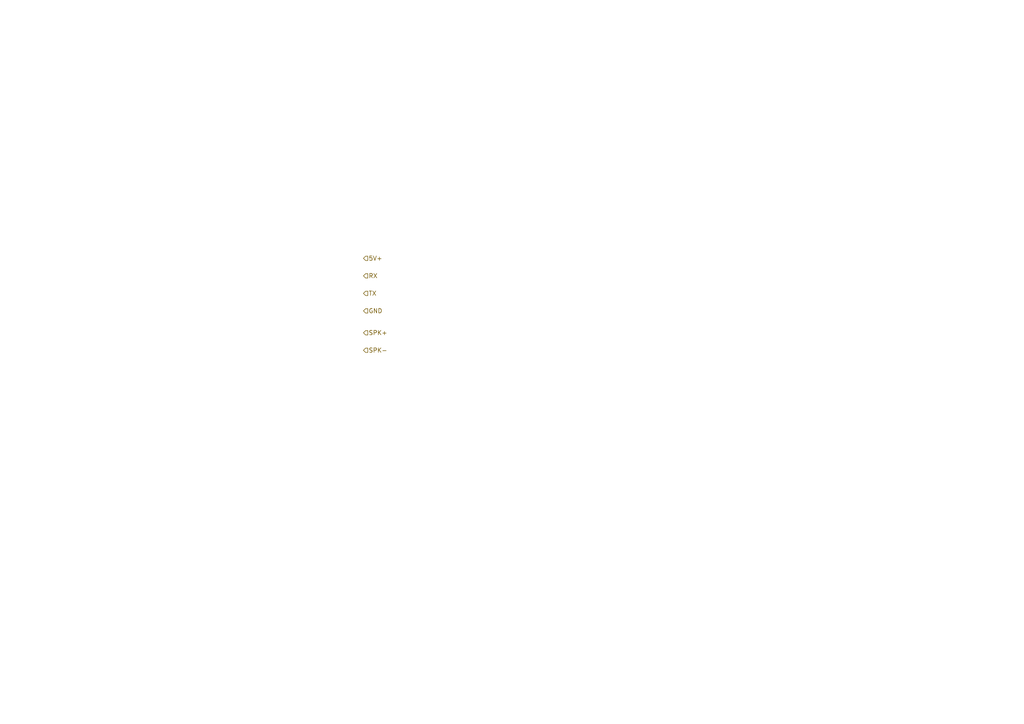
<source format=kicad_sch>
(kicad_sch (version 20230121) (generator eeschema)
  (paper "A4")
  (lib_symbols)
  (hierarchical_label "5V+" (shape input) (at 105.41 74.93 0))
  (hierarchical_label "TX" (shape input) (at 105.41 85.09 0))
  (hierarchical_label "GND" (shape input) (at 105.41 90.17 0))
  (hierarchical_label "SPK+" (shape input) (at 105.41 96.52 0))
  (hierarchical_label "RX" (shape input) (at 105.41 80.01 0))
  (hierarchical_label "SPK-" (shape input) (at 105.41 101.6 0))
)
</source>
